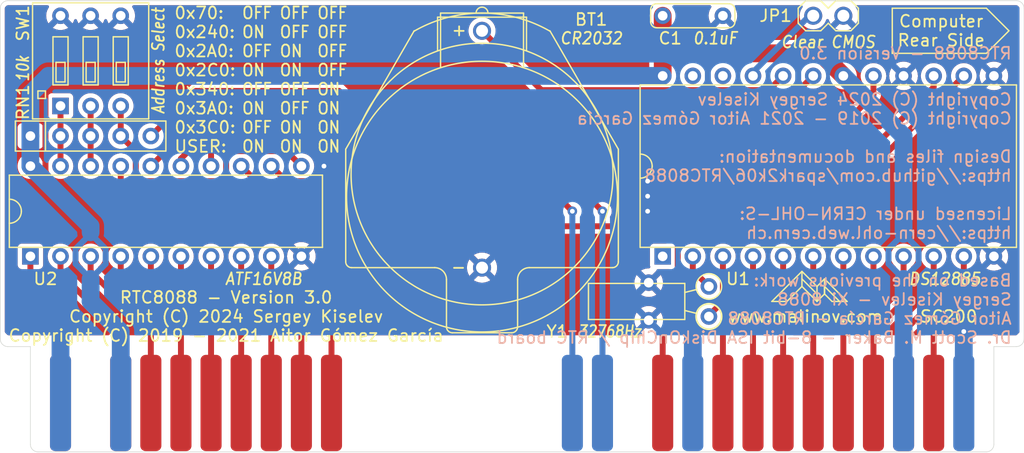
<source format=kicad_pcb>
(kicad_pcb (version 20211014) (generator pcbnew)
  (title_block (title "RTC8088 - Real Time Clock for PC/XT") (date "2024-04-26") (rev "3.0"))
  (layers (0 "F.Cu" signal) (31 "B.Cu" signal) (34 "B.Paste" user) (35 "F.Paste" user) (36 "B.SilkS" user "B.Silkscreen") (37 "F.SilkS" user "F.Silkscreen") (38 "B.Mask" user) (39 "F.Mask" user) (44 "Edge.Cuts" user))
  (net 0 "")
  (net 1 "GND")
  (net 2 "/AS1")
  (net 3 "/AS0")
  (net 4 "VCC")
  (net 5 "/~{IRQ}")
  (net 7 "Net-(U1-Pad2)")
  (net 8 "Net-(U1-Pad3)")
  (net 9 "/D0")
  (net 10 "/D1")
  (net 11 "/D2")
  (net 12 "/D3")
  (net 13 "/D4")
  (net 14 "/D5")
  (net 15 "/D6")
  (net 16 "/D7")
  (net 17 "/RTCALE")
  (net 18 "/RTCWR")
  (net 19 "/RTCRD")
  (net 20 "Net-(BT1-Pad1)")
  (net 21 "Net-(JP1-Pad1)")
  (net 24 "/A0")
  (net 25 "/A3")
  (net 26 "/A4")
  (net 27 "/A5")
  (net 28 "/A6")
  (net 29 "/A7")
  (net 30 "/A8")
  (net 31 "/A9")
  (net 32 "/IOW")
  (net 33 "/IOR")
  (net 34 "/AEN")
  (net 35 "/A2")
  (net 36 "/AS2")
  (footprint "My_Components:IC_DIP24_600" (layer "F.Cu") (at 179.07 71.12)
    (fp_text reference "U1" (at -7.62 9.525) (layer "F.SilkS"))
    (fp_text value "DS12885" (at 9.8425 9.525) (layer "F.SilkS") (effects (font (size 1 0.9) (thickness 0.15) italic)))
    (fp_line (start 15.875 6.858) (end -15.875 6.858) (layer "F.SilkS") (width 0.12))
    (fp_line (start -15.875 -6.858) (end 15.875 -6.858) (layer "F.SilkS") (width 0.12))
    (fp_line (start 15.875 -6.858) (end 15.875 6.858) (layer "F.SilkS") (width 0.12))
    (fp_line (start -15.875 6.858) (end -15.875 -6.858) (layer "F.SilkS") (width 0.12))
    (fp_arc (start -14.859 0) (mid -15.15658 0.71842) (end -15.875 1.016) (layer "F.SilkS") (width 0.12))
    (fp_arc (start -15.875 -1.016) (mid -15.15658 -0.71842) (end -14.859 0) (layer "F.SilkS") (width 0.12))
    (pad "1" thru_hole rect (at -13.97 7.62) (size 1.397 1.397) (drill 0.8128) (layers *.Cu *.Mask))
    (pad "2" thru_hole circle (at -11.43 7.62) (size 1.397 1.397) (drill 0.8128) (layers *.Cu *.Mask) (net 7 "Net-(U1-Pad2)"))
    (pad "3" thru_hole circle (at -8.89 7.62) (size 1.397 1.397) (drill 0.8128) (layers *.Cu *.Mask) (net 8 "Net-(U1-Pad3)"))
    (pad "4" thru_hole circle (at -6.35 7.62) (size 1.397 1.397) (drill 0.8128) (layers *.Cu *.Mask) (net 9 "/D0"))
    (pad "5" thru_hole circle (at -3.81 7.62) (size 1.397 1.397) (drill 0.8128) (layers *.Cu *.Mask) (net 10 "/D1"))
    (pad "6" thru_hole circle (at -1.27 7.62) (size 1.397 1.397) (drill 0.8128) (layers *.Cu *.Mask) (net 11 "/D2"))
    (pad "7" thru_hole circle (at 1.27 7.62) (size 1.397 1.397) (drill 0.8128) (layers *.Cu *.Mask) (net 12 "/D3"))
    (pad "8" thru_hole circle (at 3.81 7.62) (size 1.397 1.397) (drill 0.8128) (layers *.Cu *.Mask) (net 13 "/D4"))
    (pad "9" thru_hole circle (at 6.35 7.62) (size 1.397 1.397) (drill 0.8128) (layers *.Cu *.Mask) (net 14 "/D5"))
    (pad "10" thru_hole circle (at 8.89 7.62) (size 1.397 1.397) (drill 0.8128) (layers *.Cu *.Mask) (net 15 "/D6"))
    (pad "11" thru_hole circle (at 11.43 7.62) (size 1.397 1.397) (drill 0.8128) (layers *.Cu *.Mask) (net 16 "/D7"))
    (pad "12" thru_hole circle (at 13.97 7.62) (size 1.397 1.397) (drill 0.8128) (layers *.Cu *.Mask) (net 1 "GND"))
    (pad "13" thru_hole circle (at 13.97 -7.62) (size 1.397 1.397) (drill 0.8128) (layers *.Cu *.Mask) (net 1 "GND"))
    (pad "14" thru_hole circle (at 11.43 -7.62) (size 1.397 1.397) (drill 0.8128) (layers *.Cu *.Mask) (net 17 "/RTCALE"))
    (pad "15" thru_hole circle (at 8.89 -7.62) (size 1.397 1.397) (drill 0.8128) (layers *.Cu *.Mask) (net 18 "/RTCWR"))
    (pad "16" thru_hole circle (at 6.35 -7.62) (size 1.397 1.397) (drill 0.8128) (layers *.Cu *.Mask) (net 1 "GND"))
    (pad "17" thru_hole circle (at 3.81 -7.62) (size 1.397 1.397) (drill 0.8128) (layers *.Cu *.Mask) (net 19 "/RTCRD"))
    (pad "18" thru_hole circle (at 1.27 -7.62) (size 1.397 1.397) (drill 0.8128) (layers *.Cu *.Mask) (net 4 "VCC"))
    (pad "19" thru_hole circle (at -1.27 -7.62) (size 1.397 1.397) (drill 0.8128) (layers *.Cu *.Mask) (net 5 "/~{IRQ}"))
    (pad "20" thru_hole circle (at -3.81 -7.62) (size 1.397 1.397) (drill 0.8128) (layers *.Cu *.Mask) (net 20 "Net-(BT1-Pad1)"))
    (pad "21" thru_hole circle (at -6.35 -7.62) (size 1.397 1.397) (drill 0.8128) (layers *.Cu *.Mask) (net 21 "Net-(JP1-Pad1)"))
    (pad "22" thru_hole circle (at -8.89 -7.62) (size 1.397 1.397) (drill 0.8128) (layers *.Cu *.Mask))
    (pad "23" thru_hole circle (at -11.43 -7.62) (size 1.397 1.397) (drill 0.8128) (layers *.Cu *.Mask))
    (pad "24" thru_hole circle (at -13.97 -7.62) (size 1.397 1.397) (drill 0.8128) (layers *.Cu *.Mask) (net 4 "VCC"))
  )
  (footprint "My_Components:Conn_SIL5" (layer "F.Cu") (at 116.84 68.58)
    (fp_text reference "RN1" (at -5.715 -2.8575 90) (layer "F.SilkS"))
    (fp_text value "10k" (at -5.715 -5.715 90) (layer "F.SilkS") (effects (font (size 1 0.8) (thickness 0.15) italic)))
    (fp_line (start 6.35 -1.27) (end 6.35 1.27) (layer "F.SilkS") (width 0.12))
    (fp_line (start -6.35 1.27) (end -6.35 -1.27) (layer "F.SilkS") (width 0.12))
    (fp_line (start -3.81 1.27) (end -3.81 -1.27) (layer "F.SilkS") (width 0.12))
    (fp_line (start 6.35 1.27) (end -6.35 1.27) (layer "F.SilkS") (width 0.12))
    (fp_line (start -6.35 -1.27) (end 6.35 -1.27) (layer "F.SilkS") (width 0.12))
    (pad "1" thru_hole rect (at -5.08 0) (size 1.397 1.397) (drill 0.8128) (layers *.Cu *.Mask) (net 4 "VCC"))
    (pad "2" thru_hole circle (at -2.54 0) (size 1.397 1.397) (drill 0.8128) (layers *.Cu *.Mask) (net 3 "/AS0"))
    (pad "3" thru_hole circle (at 0 0) (size 1.397 1.397) (drill 0.8128) (layers *.Cu *.Mask) (net 2 "/AS1"))
    (pad "4" thru_hole circle (at 2.54 0) (size 1.397 1.397) (drill 0.8128) (layers *.Cu *.Mask) (net 36 "/AS2"))
    (pad "5" thru_hole circle (at 5.08 0) (size 1.397 1.397) (drill 0.8128) (layers *.Cu *.Mask) (net 5 "/~{IRQ}"))
  )
  (footprint "My_Components:Conn_Pin_Header_2x1_2.54mm_NoKey" (layer "F.Cu") (at 179.07 58.42)
    (fp_text reference "JP1" (at -4.445 0 180) (layer "F.SilkS"))
    (fp_text value "Clear CMOS" (at 0 2.2225) (layer "F.SilkS") (effects (font (size 1 0.9) (thickness 0.15) italic)))
    (fp_line (start 0 -0.635) (end 0.635 -1.27) (layer "F.SilkS") (width 0.12))
    (fp_line (start 1.905 1.27) (end 0.635 1.27) (layer "F.SilkS") (width 0.12))
    (fp_line (start 0.635 1.27) (end 0 0.635) (layer "F.SilkS") (width 0.12))
    (fp_line (start 2.54 0.635) (end 1.905 1.27) (layer "F.SilkS") (width 0.12))
    (fp_line (start 1.905 -1.27) (end 2.54 -0.635) (layer "F.SilkS") (width 0.12))
    (fp_line (start 2.54 -0.635) (end 2.54 0.635) (layer "F.SilkS") (width 0.12))
    (fp_line (start 0.635 -1.27) (end 1.905 -1.27) (layer "F.SilkS") (width 0.12))
    (fp_line (start -0.635 1.27) (end 0 0.635) (layer "F.SilkS") (width 0.12))
    (fp_line (start -1.905 1.27) (end -0.635 1.27) (layer "F.SilkS") (width 0.12))
    (fp_line (start -2.54 -0.635) (end -2.54 0.635) (layer "F.SilkS") (width 0.12))
    (fp_line (start 0 -0.635) (end -0.635 -1.27) (layer "F.SilkS") (width 0.12))
    (fp_line (start -1.905 -1.27) (end -2.54 -0.635) (layer "F.SilkS") (width 0.12))
    (fp_line (start -0.635 -1.27) (end -1.905 -1.27) (layer "F.SilkS") (width 0.12))
    (fp_line (start -2.54 0.635) (end -1.905 1.27) (layer "F.SilkS") (width 0.12))
    (pad "1" thru_hole circle (at -1.27 0) (size 1.524 1.524) (drill 1.016) (layers *.Cu *.Mask) (net 21 "Net-(JP1-Pad1)"))
    (pad "2" thru_hole circle (at 1.27 0) (size 1.524 1.524) (drill 1.016) (layers *.Cu *.Mask) (net 1 "GND"))
  )
  (footprint "My_Components:IC_DIP20_300" (layer "F.Cu") (at 123.19 74.93)
    (fp_text reference "U2" (at -10.16 5.715) (layer "F.SilkS"))
    (fp_text value "ATF16V8B" (at 8.255 5.715) (layer "F.SilkS") (effects (font (size 1 0.9) (thickness 0.15) italic)))
    (fp_line (start -13.208 3.048) (end -13.208 -3.048) (layer "F.SilkS") (width 0.12))
    (fp_line (start -13.208 -3.048) (end 13.208 -3.048) (layer "F.SilkS") (width 0.12))
    (fp_line (start 13.208 -3.048) (end 13.208 3.048) (layer "F.SilkS") (width 0.12))
    (fp_line (start 13.208 3.048) (end -13.208 3.048) (layer "F.SilkS") (width 0.12))
    (fp_arc (start -12.192 0) (mid -12.48958 0.71842) (end -13.208 1.016) (layer "F.SilkS") (width 0.12))
    (fp_arc (start -13.208 -1.016) (mid -12.48958 -0.71842) (end -12.192 0) (layer "F.SilkS") (width 0.12))
    (pad "1" thru_hole rect (at -11.43 3.81) (size 1.397 1.397) (drill 0.8128) (layers *.Cu *.Mask) (net 24 "/A0"))
    (pad "2" thru_hole circle (at -8.89 3.81) (size 1.397 1.397) (drill 0.8128) (layers *.Cu *.Mask) (net 35 "/A2"))
    (pad "3" thru_hole circle (at -6.35 3.81) (size 1.397 1.397) (drill 0.8128) (layers *.Cu *.Mask) (net 25 "/A3"))
    (pad "4" thru_hole circle (at -3.81 3.81) (size 1.397 1.397) (drill 0.8128) (layers *.Cu *.Mask) (net 26 "/A4"))
    (pad "5" thru_hole circle (at -1.27 3.81) (size 1.397 1.397) (drill 0.8128) (layers *.Cu *.Mask) (net 27 "/A5"))
    (pad "6" thru_hole circle (at 1.27 3.81) (size 1.397 1.397) (drill 0.8128) (layers *.Cu *.Mask) (net 28 "/A6"))
    (pad "7" thru_hole circle (at 3.81 3.81) (size 1.397 1.397) (drill 0.8128) (layers *.Cu *.Mask) (net 29 "/A7"))
    (pad "8" thru_hole circle (at 6.35 3.81) (size 1.397 1.397) (drill 0.8128) (layers *.Cu *.Mask) (net 30 "/A8"))
    (pad "9" thru_hole circle (at 8.89 3.81) (size 1.397 1.397) (drill 0.8128) (layers *.Cu *.Mask) (net 31 "/A9"))
    (pad "10" thru_hole circle (at 11.43 3.81) (size 1.397 1.397) (drill 0.8128) (layers *.Cu *.Mask) (net 1 "GND"))
    (pad "11" thru_hole circle (at 11.43 -3.81) (size 1.397 1.397) (drill 0.8128) (layers *.Cu *.Mask) (net 36 "/AS2"))
    (pad "12" thru_hole circle (at 8.89 -3.81) (size 1.397 1.397) (drill 0.8128) (layers *.Cu *.Mask) (net 32 "/IOW"))
    (pad "13" thru_hole circle (at 6.35 -3.81) (size 1.397 1.397) (drill 0.8128) (layers *.Cu *.Mask) (net 33 "/IOR"))
    (pad "14" thru_hole circle (at 3.81 -3.81) (size 1.397 1.397) (drill 0.8128) (layers *.Cu *.Mask) (net 17 "/RTCALE"))
    (pad "15" thru_hole circle (at 1.27 -3.81) (size 1.397 1.397) (drill 0.8128) (layers *.Cu *.Mask) (net 18 "/RTCWR"))
    (pad "16" thru_hole circle (at -1.27 -3.81) (size 1.397 1.397) (drill 0.8128) (layers *.Cu *.Mask) (net 19 "/RTCRD"))
    (pad "17" thru_hole circle (at -3.81 -3.81) (size 1.397 1.397) (drill 0.8128) (layers *.Cu *.Mask) (net 34 "/AEN"))
    (pad "18" thru_hole circle (at -6.35 -3.81) (size 1.397 1.397) (drill 0.8128) (layers *.Cu *.Mask) (net 2 "/AS1"))
    (pad "19" thru_hole circle (at -8.89 -3.81) (size 1.397 1.397) (drill 0.8128) (layers *.Cu *.Mask) (net 3 "/AS0"))
    (pad "20" thru_hole circle (at -11.43 -3.81) (size 1.397 1.397) (drill 0.8128) (layers *.Cu *.Mask) (net 4 "VCC"))
  )
  (footprint "My_Components:Switch_DIP_3_Positions" (layer "F.Cu") (at 116.84 62.23)
    (fp_text reference "SW1" (at -5.715 -3.175 90) (layer "F.SilkS"))
    (fp_text value "Address Select" (at 5.715 0 90) (layer "F.SilkS") (effects (font (size 1 0.8) (thickness 0.15) italic)))
    (fp_line (start 0.381 1.778) (end 0.381 0.127) (layer "F.SilkS") (width 0.12))
    (fp_line (start 2.921 1.778) (end 2.921 0.127) (layer "F.SilkS") (width 0.12))
    (fp_line (start 3.175 -2.032) (end 3.175 2.032) (layer "F.SilkS") (width 0.12))
    (fp_line (start -4.445 2.54) (end -3.81 2.54) (layer "F.SilkS") (width 0.12))
    (fp_line (start -0.635 2.032) (end -0.635 -2.032) (layer "F.SilkS") (width 0.12))
    (fp_line (start 4.9 4.9) (end -4.9 4.9) (layer "F.SilkS") (width 0.12))
    (fp_line (start 2.921 0.127) (end 2.159 0.127) (layer "F.SilkS") (width 0.12))
    (fp_line (start -0.381 1.778) (end 0.381 1.778) (layer "F.SilkS") (width 0.12))
    (fp_line (start 1.905 -2.032) (end 3.175 -2.032) (layer "F.SilkS") (width 0.12))
    (fp_line (start -3.81 3.175) (end -4.445 3.175) (layer "F.SilkS") (width 0.12))
    (fp_line (start -2.159 1.778) (end -2.159 0.127) (layer "F.SilkS") (width 0.12))
    (fp_line (start 0.635 2.032) (end -0.635 2.032) (layer "F.SilkS") (width 0.12))
    (fp_line (start -1.905 2.032) (end -3.175 2.032) (layer "F.SilkS") (width 0.12))
    (fp_line (start -1.905 -2.032) (end -1.905 2.032) (layer "F.SilkS") (width 0.12))
    (fp_line (start -2.921 0.127) (end -2.921 1.778) (layer "F.SilkS") (width 0.12))
    (fp_line (start -0.635 -2.032) (end 0.635 -2.032) (layer "F.SilkS") (width 0.12))
    (fp_line (start 3.175 2.032) (end 1.905 2.032) (layer "F.SilkS") (width 0.12))
    (fp_line (start -4.9 -4.9) (end 4.9 -4.9) (layer "F.SilkS") (width 0.12))
    (fp_line (start 0.635 -2.032) (end 0.635 2.032) (layer "F.SilkS") (width 0.12))
    (fp_line (start 0.381 0.127) (end -0.381 0.127) (layer "F.SilkS") (width 0.12))
    (fp_line (start 4.9 -4.9) (end 4.9 4.9) (layer "F.SilkS") (width 0.12))
    (fp_line (start -0.381 0.127) (end -0.381 1.778) (layer "F.SilkS") (width 0.12))
    (fp_line (start -4.9 4.9) (end -4.9 -4.9) (layer "F.SilkS") (width 0.12))
    (fp_line (start 2.159 1.778) (end 2.921 1.778) (layer "F.SilkS") (width 0.12))
    (fp_line (start 2.159 0.127) (end 2.159 1.778) (layer "F.SilkS") (width 0.12))
    (fp_line (start -3.175 2.032) (end -3.175 -2.032) (layer "F.SilkS") (width 0.12))
    (fp_line (start -4.445 3.175) (end -4.445 2.54) (layer "F.SilkS") (width 0.12))
    (fp_line (start -3.175 -2.032) (end -1.905 -2.032) (layer "F.SilkS") (width 0.12))
    (fp_line (start -2.921 1.778) (end -2.159 1.778) (layer "F.SilkS") (width 0.12))
    (fp_line (start -3.81 2.54) (end -3.81 3.175) (layer "F.SilkS") (width 0.12))
    (fp_line (start -2.159 0.127) (end -2.921 0.127) (layer "F.SilkS") (width 0.12))
    (fp_line (start 1.905 2.032) (end 1.905 -2.032) (layer "F.SilkS") (width 0.12))
    (pad "1" thru_hole rect (at -2.54 3.81) (size 1.397 1.397) (drill 0.8128) (layers *.Cu *.Mask) (net 3 "/AS0"))
    (pad "2" thru_hole circle (at 0 3.81) (size 1.397 1.397) (drill 0.8128) (layers *.Cu *.Mask) (net 2 "/AS1"))
    (pad "3" thru_hole circle (at 2.54 3.81) (size 1.397 1.397) (drill 0.8128) (layers *.Cu *.Mask) (net 36 "/AS2"))
    (pad "4" thru_hole circle (at 2.54 -3.81) (size 1.397 1.397) (drill 0.8128) (layers *.Cu *.Mask) (net 1 "GND"))
    (pad "5" thru_hole circle (at 0 -3.81) (size 1.397 1.397) (drill 0.8128) (layers *.Cu *.Mask) (net 1 "GND"))
    (pad "6" thru_hole circle (at -2.54 -3.81) (size 1.397 1.397) (drill 0.8128) (layers *.Cu *.Mask) (net 1 "GND"))
  )
  (footprint "My_Components:Conn_Edge_PCB_ISA8" (layer "F.Cu") (at 152.4 91.1225)
    (fp_text reference "BUS1" hide)
    (fp_text value "BUSPC_DEV" hide)
    (pad "1" connect roundrect (at 38.1 0) (size 1.778 8.128) (layers "B.Cu") (net 1 "GND"))
    (pad "3" connect roundrect (at 33.02 0) (size 1.778 8.128) (layers "B.Cu") (net 4 "VCC"))
    (pad "10" connect roundrect (at 15.24 0) (size 1.778 8.128) (layers "B.Cu") (net 1 "GND"))
    (pad "13" connect roundrect (at 7.62 0) (size 1.778 8.128) (layers "B.Cu") (net 32 "/IOW"))
    (pad "14" connect roundrect (at 5.08 0) (size 1.778 8.128) (layers "B.Cu") (net 33 "/IOR"))
    (pad "29" connect roundrect (at -33.02 0) (size 1.778 8.128) (layers "B.Cu") (net 4 "VCC"))
    (pad "31" connect roundrect (at -38.1 0) (size 1.778 8.128) (layers "B.Cu") (net 1 "GND"))
    (pad "33" connect roundrect (at 35.56 0) (size 1.778 8.128) (layers "F.Cu") (net 16 "/D7"))
    (pad "34" connect roundrect (at 33.02 0) (size 1.778 8.128) (layers "F.Cu") (net 15 "/D6"))
    (pad "35" connect roundrect (at 30.48 0) (size 1.778 8.128) (layers "F.Cu") (net 14 "/D5"))
    (pad "36" connect roundrect (at 27.94 0) (size 1.778 8.128) (layers "F.Cu") (net 13 "/D4"))
    (pad "37" connect roundrect (at 25.4 0) (size 1.778 8.128) (layers "F.Cu") (net 12 "/D3"))
    (pad "38" connect roundrect (at 22.86 0) (size 1.778 8.128) (layers "F.Cu") (net 11 "/D2"))
    (pad "39" connect roundrect (at 20.32 0) (size 1.778 8.128) (layers "F.Cu") (net 10 "/D1"))
    (pad "40" connect roundrect (at 17.78 0) (size 1.778 8.128) (layers "F.Cu") (net 9 "/D0"))
    (pad "42" connect roundrect (at 12.7 0) (size 1.778 8.128) (layers "F.Cu") (net 34 "/AEN"))
    (pad "53" connect roundrect (at -15.24 0) (size 1.778 8.128) (layers "F.Cu") (net 31 "/A9"))
    (pad "54" connect roundrect (at -17.78 0) (size 1.778 8.128) (layers "F.Cu") (net 30 "/A8"))
    (pad "55" connect roundrect (at -20.32 0) (size 1.778 8.128) (layers "F.Cu") (net 29 "/A7"))
    (pad "56" connect roundrect (at -22.86 0) (size 1.778 8.128) (layers "F.Cu") (net 28 "/A6"))
    (pad "57" connect roundrect (at -25.4 0) (size 1.778 8.128) (layers "F.Cu") (net 27 "/A5"))
    (pad "58" connect roundrect (at -27.94 0) (size 1.778 8.128) (layers "F.Cu") (net 26 "/A4"))
    (pad "59" connect roundrect (at -30.48 0) (size 1.778 8.128) (layers "F.Cu") (net 25 "/A3"))
    (pad "60" connect roundrect (at -33.02 0) (size 1.778 8.128) (layers "F.Cu") (net 35 "/A2"))
    (pad "62" connect roundrect (at -38.1 0) (size 1.778 8.128) (layers "F.Cu") (net 24 "/A0"))
  )
  (footprint "My_Components:Crystal_32K_Horiz" (layer "F.Cu") (at 168.998685 82.55 -90)
    (fp_text reference "Y1" (at 2.54 12.788685) (layer "F.SilkS"))
    (fp_text value "32768Hz" (at 2.54 8.343685) (layer "F.SilkS") (effects (font (size 1 0.8) (thickness 0.15) italic)))
    (fp_line (start 1.524 10.16) (end 1.524 2.032) (layer "F.SilkS") (width 0.12))
    (fp_line (start 0.762 2.032) (end 1.016 1.016) (layer "F.SilkS") (width 0.12))
    (fp_line (start -1.524 2.032) (end -1.524 10.16) (layer "F.SilkS") (width 0.12))
    (fp_line (start 1.524 2.032) (end -1.524 2.032) (layer "F.SilkS") (width 0.12))
    (fp_line (start -1.524 10.16) (end 1.524 10.16) (layer "F.SilkS") (width 0.12))
    (fp_line (start -0.762 2.032) (end -1.016 1.016) (layer "F.SilkS") (width 0.12))
    (fp_circle (center 1.27 0) (end 2.347631 0) (layer "F.SilkS") (width 0.15) (fill none))
    (fp_circle (center -1.27 0) (end -0.192369 0) (layer "F.SilkS") (width 0.12) (fill none))
    (pad "1" thru_hole circle (at -1.27 0 270) (size 1.397 1.397) (drill 0.8128) (layers *.Cu *.Mask) (net 7 "Net-(U1-Pad2)"))
    (pad "2" thru_hole circle (at 1.27 0 270) (size 1.397 1.397) (drill 0.8128) (layers *.Cu *.Mask) (net 8 "Net-(U1-Pad3)"))
    (pad "3" thru_hole circle (at 1.5875 5.08 270) (size 1.397 1.397) (drill 0.8128) (layers *.Cu *.Mask) (net 1 "GND"))
    (pad "3" thru_hole circle (at -1.5875 5.08 270) (size 1.397 1.397) (drill 0.8128) (layers *.Cu *.Mask) (net 1 "GND"))
  )
  (footprint "My_Components:Cap_Cer_508" (layer "F.Cu") (at 167.64 58.42)
    (fp_text reference "C1" (at -1.905 1.905) (layer "F.SilkS"))
    (fp_text value "0.1uF" (at 1.905 1.905) (layer "F.SilkS") (effects (font (size 1 0.9) (thickness 0.15) italic)))
    (fp_line (start -3.048 1.016) (end 3.048 1.016) (layer "F.SilkS") (width 0.12))
    (fp_line (start -3.048 -1.016) (end 3.048 -1.016) (layer "F.SilkS") (width 0.12))
    (fp_line (start 3.556 0.508) (end 3.556 -0.508) (layer "F.SilkS") (width 0.12))
    (fp_line (start -3.556 0.508) (end -3.556 -0.508) (layer "F.SilkS") (width 0.12))
    (fp_arc (start 3.048 -1.016) (mid 3.40721 -0.86721) (end 3.556 -0.508) (layer "F.SilkS") (width 0.12))
    (fp_arc (start -3.048 1.016) (mid -3.40721 0.86721) (end -3.556 0.508) (layer "F.SilkS") (width 0.12))
    (fp_arc (start 3.556 0.508) (mid 3.40721 0.86721) (end 3.048 1.016) (layer "F.SilkS") (width 0.12))
    (fp_arc (start -3.556 -0.508) (mid -3.40721 -0.86721) (end -3.048 -1.016) (layer "F.SilkS") (width 0.12))
    (pad "1" thru_hole circle (at -2.54 0) (size 1.397 1.397) (drill 0.8128) (layers *.Cu *.Mask) (net 4 "VCC"))
    (pad "2" thru_hole circle (at 2.54 0) (size 1.397 1.397) (drill 0.8128) (layers *.Cu *.Mask) (net 1 "GND"))
  )
  (footprint "My_Components:Battery_Holder_CR2032_Universal" (layer "F.Cu") (at 149.86 73.69302 -90)
    (fp_text reference "BT1" (at -14.95552 -9.2075 180) (layer "F.SilkS"))
    (fp_text value "CR2032" (at -13.36802 -9.2075) (layer "F.SilkS") (effects (font (size 1 0.9) (thickness 0.15) italic)))
    (fp_text user "-" (at 5.9436 1.9812) (layer "F.SilkS"))
    (fp_text user "+" (at -13.9954 2.0066 90) (layer "F.SilkS"))
    (fp_line (start -4 11.5) (end 5.5 11.5) (layer "F.SilkS") (width 0.12))
    (fp_line (start 7 -3) (end 11 -3) (layer "F.SilkS") (width 0.12))
    (fp_line (start -14 -5.7265) (end -4 -11.5) (layer "F.SilkS") (width 0.12))
    (fp_line (start -15.49908 -3.50012) (end -15.49908 3.50012) (layer "F.SilkS") (width 0.12))
    (fp_line (start 7 3) (end 11 3) (layer "F.SilkS") (width 0.12))
    (fp_line (start 6 11) (end 6 4) (layer "F.SilkS") (width 0.12))
    (fp_line (start -15.155 -3.75) (end -12.319 -3.75) (layer "F.SilkS") (width 0.12))
    (fp_line (start -15.155 3.75) (end -12.319 3.75) (layer "F.SilkS") (width 0.12))
    (fp_line (start -15.49908 3.50012) (end -10.922 3.50012) (layer "F.SilkS") (width 0.12))
    (fp_line (start -10.922 -3.50012) (end -15.49908 -3.50012) (layer "F.SilkS") (width 0.12))
    (fp_line (start -14 5.7265) (end -4 11.5) (layer "F.SilkS") (width 0.12))
    (fp_line (start -4 -11.5) (end 5.5 -11.5) (layer "F.SilkS") (width 0.12))
    (fp_line (start 11.5 -2.5) (end 11.5 2.5) (layer "F.SilkS") (width 0.12))
    (fp_line (start -15.155 -3.75) (end -15.155 3.75) (layer "F.SilkS") (width 0.12))
    (fp_line (start 6 -4) (end 6 -11) (layer "F.SilkS") (width 0.12))
    (fp_arc (start 11 -3) (mid 11.353553 -2.853553) (end 11.5 -2.5) (layer "F.SilkS") (width 0.12))
    (fp_arc (start 6 11) (mid 5.853553 11.353553) (end 5.5 11.5) (layer "F.SilkS") (width 0.12))
    (fp_arc (start 6 4) (mid 6.292893 3.292893) (end 7 3) (layer "F.SilkS") (width 0.12))
    (fp_arc (start -15.49908 0.50038) (mid -15.852902 0.353822) (end -15.99946 0) (layer "F.SilkS") (width 0.12))
    (fp_arc (start 5.5 -11.5) (mid 5.853553 -11.353553) (end 6 -11) (layer "F.SilkS") (width 0.12))
    (fp_arc (start -15.99946 0) (mid -15.852902 -0.353822) (end -15.49908 -0.50038) (layer "F.SilkS") (width 0.12))
    (fp_arc (start -15.5 0) (mid -15.108147 -2.976419) (end -13.959292 -5.75) (layer "F.SilkS") (width 0.12))
    (fp_arc (start 11.5 2.5) (mid 11.353553 2.853553) (end 11 3) (layer "F.SilkS") (width 0.12))
    (fp_arc (start 7 -3) (mid 6.292893 -3.292893) (end 6 -4) (layer "F.SilkS") (width 0.12))
    (fp_arc (start -13.959292 5.75) (mid -15.108147 2.976419) (end -15.5 0) (layer "F.SilkS") (width 0.12))
    (fp_circle (center 0 0) (end 11.43 0) (layer "F.SilkS") (width 0.12) (fill none))
    (fp_circle (center -1.905 0) (end 9.144 0) (layer "F.SilkS") (width 0.12) (fill none))
    (pad "1" thru_hole circle (at -14.00048 0 270) (size 1.524 1.524) (drill 1.016) (layers *.Cu *.Mask) (net 20 "Net-(BT1-Pad1)"))
    (pad "2" thru_hole circle (at 5.99948 0 270) (size 1.524 1.524) (drill 1.016) (layers *.Cu *.Mask) (net 1 "GND"))
  )
  (gr_line (start 192.405 57.785) (end 194.31 59.69) (layer "F.SilkS") (width 0.12))
  (gr_line (start 178.7525 81.915) (end 179.3875 82.55) (layer "F.SilkS") (width 0.12))
  (gr_line (start 176.8475 81.28) (end 178.1175 82.55) (layer "F.SilkS") (width 0.12))
  (gr_line (start 178.1175 82.55) (end 178.7525 81.915) (layer "F.SilkS") (width 0.12))
  (gr_line (start 180.6575 82.55) (end 178.7525 80.645) (layer "F.SilkS") (width 0.12))
  (gr_line (start 176.8475 80.01) (end 176.8475 81.28) (layer "F.SilkS") (width 0.12))
  (gr_line (start 184.4675 61.595) (end 184.4675 57.785) (layer "F.SilkS") (width 0.12))
  (gr_line (start 178.7525 80.645) (end 178.7525 81.915) (layer "F.SilkS") (width 0.12))
  (gr_line (start 176.8475 80.645) (end 178.1175 81.915) (layer "F.SilkS") (width 0.12))
  (gr_line (start 176.8475 80.01) (end 174.3075 82.55) (layer "F.SilkS") (width 0.12))
  (gr_line (start 178.7525 80.645) (end 178.1175 81.28) (layer "F.SilkS") (width 0.12))
  (gr_line (start 178.7525 81.915) (end 178.7525 81.28) (layer "F.SilkS") (width 0.12))
  (gr_line (start 178.1175 81.28) (end 176.8475 80.01) (layer "F.SilkS") (width 0.12))
  (gr_line (start 184.4675 57.785) (end 192.405 57.785) (layer "F.SilkS") (width 0.12))
  (gr_line (start 174.3075 82.55) (end 175.5775 82.55) (layer "F.SilkS") (width 0.12))
  (gr_line (start 192.405 61.595) (end 184.4675 61.595) (layer "F.SilkS") (width 0.12))
  (gr_line (start 178.1175 81.28) (end 178.1175 82.55) (layer "F.SilkS") (width 0.12))
  (gr_line (start 178.7525 81.28) (end 180.0225 82.55) (layer "F.SilkS") (width 0.12))
  (gr_line (start 194.31 59.69) (end 192.405 61.595) (layer "F.SilkS") (width 0.12))
  (gr_line (start 179.3875 82.55) (end 180.6575 82.55) (layer "F.SilkS") (width 0.12))
  (gr_line (start 175.5775 82.55) (end 176.8475 81.28) (layer "F.SilkS") (width 0.12))
  (gr_line (start 193.04 86.36) (end 193.04 94.615) (layer "Edge.Cuts") (width 0.05))
  (gr_arc (start 193.04 94.615) (mid 192.854013 95.064013) (end 192.405 95.25) (layer "Edge.Cuts") (width 0.05))
  (gr_arc (start 195.58 85.725) (mid 195.394013 86.174013) (end 194.945 86.36) (layer "Edge.Cuts") (width 0.05))
  (gr_line (start 194.945 86.36) (end 193.04 86.36) (layer "Edge.Cuts") (width 0.05))
  (gr_line (start 109.855 57.15) (end 194.945 57.15) (layer "Edge.Cuts") (width 0.05))
  (gr_line (start 111.76 86.36) (end 111.76 94.615) (layer "Edge.Cuts") (width 0.05))
  (gr_arc (start 194.945 57.15) (mid 195.394013 57.335987) (end 195.58 57.785) (layer "Edge.Cuts") (width 0.05))
  (gr_line (start 195.58 57.785) (end 195.58 85.725) (layer "Edge.Cuts") (width 0.05))
  (gr_arc (start 109.22 57.785) (mid 109.405987 57.335987) (end 109.855 57.15) (layer "Edge.Cuts") (width 0.05))
  (gr_arc (start 112.395 95.25) (mid 111.945987 95.064013) (end 111.76 94.615) (layer "Edge.Cuts") (width 0.05))
  (gr_line (start 109.22 85.725) (end 109.22 57.785) (layer "Edge.Cuts") (width 0.05))
  (gr_line (start 111.76 86.36) (end 109.855 86.36) (layer "Edge.Cuts") (width 0.05))
  (gr_arc (start 109.855 86.36) (mid 109.405987 86.174013) (end 109.22 85.725) (layer "Edge.Cuts") (width 0.05))
  (gr_line (start 192.405 95.25) (end 112.395 95.25) (layer "Edge.Cuts") (width 0.05))
  (gr_text "Based on the previous work:\nSergey Kiselev - Xi 8088\nAitor Gómez García - RTC8088\nDr. Scott M. Baker - 8-bit ISA DiskOnChip / RTC board" (at 194.6275 83.185) (layer "B.SilkS") (effects (font (size 1 1)) (justify left mirror)))
  (gr_text "Copyright (C) 2024 Sergey Kiselev\nCopyright (C) 2019 - 2021 Aitor Gómez García\n\nDesign files and documentation:\nhttps://github.com/spark2k06/RTC8088\n\nLicensed under CERN-OHL-S:\nhttps://cern-ohl.web.cern.ch" (at 194.6275 71.12) (layer "B.SilkS") (effects (font (size 1 1)) (justify left mirror)))
  (gr_text "RTC8088 - Version 3.0" (at 194.6275 61.595) (layer "B.SilkS") (effects (font (size 1 1)) (justify left mirror)))
  (gr_text "www.malinov.com" (at 177.165 83.82) (layer "F.SilkS") (effects (font (size 1 1))))
  (gr_text "Computer\nRear Side" (at 188.595 59.69) (layer "F.SilkS") (effects (font (size 1 1))))
  (gr_text "0x70:\n0x240:\n0x2A0:\n0x2C0:\n0x340:\n0x3A0:\n0x3C0:\nUSER:" (at 123.825 63.8175) (layer "F.SilkS") (effects (font (size 1 1)) (justify left)))
  (gr_text "OFF\nON\nOFF\nON\nOFF\nON\nOFF\nON\n" (at 129.54 63.8175) (layer "F.SilkS") (effects (font (size 1 0.9)) (justify left)))
  (gr_text "SC200" (at 189.23 83.82) (layer "F.SilkS") (effects (font (size 1 1))))
  (gr_text "OFF\nOFF\nOFF\nOFF\nON\nON\nON\nON" (at 135.89 63.8175) (layer "F.SilkS") (effects (font (size 1 0.9)) (justify left)))
  (gr_text "RTC8088 - Version 3.0\nCopyright (C) 2024 Sergey Kiselev\nCopyright (C) 2019 - 2021 Aitor Gómez García\n" (at 128.27 83.82) (layer "F.SilkS") (effects (font (size 1 1))))
  (gr_text "OFF\nOFF\nON\nON\nOFF\nOFF\nON\nON\n" (at 132.715 63.8175) (layer "F.SilkS") (effects (font (size 1 0.9)) (justify left)))
  (segment (start 187.96 73.66) (end 193.04 78.74) (width 0.5) (layer "F.Cu") (net 1))
  (segment (start 147.6375 77.47) (end 149.86 79.6925) (width 0.5) (layer "F.Cu") (net 1))
  (segment (start 118.1735 77.216) (end 113.03 72.0725) (width 0.5) (layer "F.Cu") (net 1))
  (segment (start 135.89 77.47) (end 147.6375 77.47) (width 0.5) (layer "F.Cu") (net 1))
  (segment (start 134.62 78.74) (end 135.89 77.47) (width 0.5) (layer "F.Cu") (net 1))
  (segment (start 134.62 78.74) (end 133.096 77.216) (width 0.5) (layer "F.Cu") (net 1))
  (segment (start 133.096 77.216) (end 118.1735 77.216) (width 0.5) (layer "F.Cu") (net 1))
  (segment (start 163.83 73.66) (end 187.96 73.66) (width 0.5) (layer "F.Cu") (net 1))
  (segment (start 113.03 59.69) (end 114.3 58.42) (width 0.5) (layer "F.Cu") (net 1))
  (segment (start 113.03 72.0725) (end 113.03 59.69) (width 0.5) (layer "F.Cu") (net 1))
  (via (at 190.5 85.09) (size 0.8) (drill 0.4) (layers "F.Cu" "B.Cu") (net 1))
  (via (at 136.525 71.12) (size 0.8) (drill 0.4) (layers "F.Cu" "B.Cu") (net 1))
  (via (at 163.83 74.93) (size 0.8) (drill 0.4) (layers "F.Cu" "B.Cu") (net 1))
  (via (at 163.83 73.66) (size 0.8) (drill 0.4) (layers "F.Cu" "B.Cu") (net 1))
  (via (at 163.83 72.39) (size 0.8) (drill 0.4) (layers "F.Cu" "B.Cu") (net 1))
  (segment (start 163.83 72.39) (end 163.83 73.66) (width 0.5) (layer "B.Cu") (net 1))
  (segment (start 176.53 64.135) (end 174.625 66.04) (width 0.5) (layer "B.Cu") (net 1))
  (segment (start 163.83 71.12) (end 163.83 72.39) (width 0.5) (layer "B.Cu") (net 1))
  (segment (start 110.1725 62.5475) (end 114.3 58.42) (width 0.5) (layer "B.Cu") (net 1))
  (segment (start 163.83 71.12) (end 151.13 71.12) (width 0.5) (layer "B.Cu") (net 1))
  (segment (start 168.91 59.69) (end 170.18 58.42) (width 0.5) (layer "B.Cu") (net 1))
  (segment (start 118.11 59.69) (end 119.38 58.42) (width 0.5) (layer "B.Cu") (net 1))
  (segment (start 191.135 61.595) (end 193.04 63.5) (width 0.5) (layer "B.Cu") (net 1))
  (segment (start 162.8775 79.921315) (end 162.8775 75.8825) (width 0.5) (layer "B.Cu") (net 1))
  (segment (start 191.77 64.77) (end 193.04 63.5) (width 0.5) (layer "B.Cu") (net 1))
  (segment (start 151.13 78.4225) (end 151.13 71.12) (width 0.5) (layer "B.Cu") (net 1))
  (segment (start 174.625 66.04) (end 168.91 66.04) (width 0.5) (layer "B.Cu") (net 1))
  (segment (start 115.57 59.69) (end 116.84 58.42) (width 0.5) (layer "B.Cu") (net 1))
  (segment (start 151.13 78.4225) (end 149.86 79.6925) (width 0.5) (layer "B.Cu") (net 1))
  (segment (start 167.64 85.725) (end 167.005 85.09) (width 0.5) (layer "B.Cu") (net 1))
  (segment (start 190.5 85.09) (end 191.77 83.82) (width 0.5) (layer "B.Cu") (net 1))
  (segment (start 168.91 66.04) (end 168.91 59.69) (width 0.5) (layer "B.Cu") (net 1))
  (segment (start 176.53 62.23) (end 176.53 64.135) (width 0.5) (layer "B.Cu") (net 1))
  (segment (start 168.91 66.04) (end 163.83 71.12) (width 0.5) (layer "B.Cu") (net 1))
  (segment (start 162.56 82.2325) (end 163.83 80.9625) (width 0.5) (layer "B.Cu") (net 1))
  (segment (start 164.871185 85.09) (end 163.918685 84.1375) (width 0.5) (layer "B.Cu") (net 1))
  (segment (start 163.918685 80.9625) (end 162.8775 79.921315) (width 0.5) (layer "B.Cu") (net 1))
  (segment (start 185.42 63.5) (end 187.325 61.595) (width 0.5) (layer "B.Cu") (net 1))
  (segment (start 193.04 78.74) (end 191.77 77.47) (width 0.5) (layer "B.Cu") (net 1))
  (segment (start 162.8775 75.8825) (end 163.83 74.93) (width 0.5) (layer "B.Cu") (net 1))
  (segment (start 163.918685 84.1375) (end 162.56 82.778815) (width 0.5) (layer "B.Cu") (net 1))
  (segment (start 187.325 61.595) (end 191.135 61.595) (width 0.5) (layer "B.Cu") (net 1))
  (segment (start 116.84 58.42) (end 118.11 59.69) (width 0.5) (layer "B.Cu") (net 1))
  (segment (start 180.34 58.42) (end 185.42 63.5) (width 0.5) (layer "B.Cu") (net 1))
  (segment (start 190.5 91.1225) (end 190.5 85.09) (width 1.5) (layer "B.Cu") (net 1))
  (segment (start 167.64 91.1225) (end 167.64 85.725) (width 1.5) (layer "B.Cu") (net 1))
  (segment (start 180.34 58.42) (end 176.53 62.23) (width 0.5) (layer "B.Cu") (net 1))
  (segment (start 162.56 82.2325) (end 162.648685 82.2325) (width 0.5) (layer "B.Cu") (net 1))
  (segment (start 151.13 71.12) (end 136.525 71.12) (width 0.5) (layer "B.Cu") (net 1))
  (segment (start 114.3 91.1225) (end 114.3 85.09) (width 1.5) (layer "B.Cu") (net 1))
  (segment (start 191.77 83.82) (end 191.77 80.01) (width 0.5) (layer "B.Cu") (net 1))
  (segment (start 114.3 58.42) (end 115.57 59.69) (width 0.5) (layer "B.Cu") (net 1))
  (segment (start 163.83 73.66) (end 163.83 74.93) (width 0.5) (layer "B.Cu") (net 1))
  (segment (start 114.3 85.09) (end 110.1725 80.9625) (width 0.5) (layer "B.Cu") (net 1))
  (segment (start 191.77 80.01) (end 193.04 78.74) (width 0.5) (layer "B.Cu") (net 1))
  (segment (start 162.56 82.778815) (end 162.56 82.2325) (width 0.5) (layer "B.Cu") (net 1))
  (segment (start 110.1725 69.5325) (end 110.1725 62.5475) (width 0.5) (layer "B.Cu") (net 1))
  (segment (start 110.1725 80.9625) (end 110.1725 69.5325) (width 0.5) (layer "B.Cu") (net 1))
  (segment (start 167.005 85.09) (end 164.871185 85.09) (width 0.5) (layer "B.Cu") (net 1))
  (segment (start 191.77 77.47) (end 191.77 64.77) (width 0.5) (layer "B.Cu") (net 1))
  (segment (start 162.648685 82.2325) (end 163.918685 80.9625) (width 0.5) (layer "B.Cu") (net 1))
  (segment (start 116.84 68.58) (end 116.84 66.04) (width 0.5) (layer "F.Cu") (net 2))
  (segment (start 116.84 71.12) (end 116.84 68.58) (width 0.5) (layer "F.Cu") (net 2))
  (segment (start 114.3 71.12) (end 114.3 68.58) (width 0.5) (layer "F.Cu") (net 3))
  (segment (start 114.3 68.58) (end 114.3 66.04) (width 0.5) (layer "F.Cu") (net 3))
  (segment (start 165.1 61.2775) (end 165.1 58.42) (width 1.5) (layer "F.Cu") (net 4))
  (segment (start 165.1 63.5) (end 165.1 61.2775) (width 1.5) (layer "F.Cu") (net 4))
  (segment (start 165.4175 61.595) (end 165.1 61.2775) (width 1.5) (layer "F.Cu") (net 4))
  (segment (start 180.34 63.5) (end 178.435 61.595) (width 1.5) (layer "F.Cu") (net 4))
  (segment (start 167.005 61.595) (end 165.4175 61.595) (width 1.5) (layer "F.Cu") (net 4))
  (segment (start 178.435 61.595) (end 167.005 61.595) (width 1.5) (layer "F.Cu") (net 4))
  (segment (start 119.38 91.1225) (end 119.38 85.09) (width 1.5) (layer "B.Cu") (net 4))
  (segment (start 185.42 68.58) (end 180.34 63.5) (width 1.5) (layer "B.Cu") (net 4))
  (segment (start 111.76 71.12) (end 111.76 68.58) (width 1.5) (layer "B.Cu") (net 4))
  (segment (start 184.15 78.105) (end 184.15 79.375) (width 0.5) (layer "B.Cu") (net 4))
  (segment (start 111.76 65.024) (end 111.76 68.58) (width 1.5) (layer "B.Cu") (net 4))
  (segment (start 116.84 80.645) (end 115.57 79.375) (width 0.5) (layer "B.Cu") (net 4))
  (segment (start 185.42 76.835) (end 184.15 78.105) (width 0.5) (layer "B.Cu") (net 4))
  (segment (start 118.11 79.375) (end 118.11 78.105) (width 0.5) (layer "B.Cu") (net 4))
  (segment (start 185.42 76.835) (end 185.42 68.58) (width 1.5) (layer "B.Cu") (net 4))
  (segment (start 115.57 78.105) (end 116.84 76.835) (width 0.5) (layer "B.Cu") (net 4))
  (segment (start 113.284 63.5) (end 111.76 65.024) (width 1.5) (layer "B.Cu") (net 4))
  (segment (start 111.76 71.12) (end 116.84 76.2) (width 1.5) (layer "B.Cu") (net 4))
  (segment (start 185.42 76.835) (end 186.69 78.105) (width 0.5) (layer "B.Cu") (net 4))
  (segment (start 165.1 63.5) (end 113.284 63.5) (width 1.5) (layer "B.Cu") (net 4))
  (segment (start 186.69 79.375) (end 185.42 80.645) (width 0.5) (layer "B.Cu") (net 4))
  (segment (start 184.15 79.375) (end 185.42 80.645) (width 0.5) (layer "B.Cu") (net 4))
  (segment (start 186.69 78.105) (end 186.69 79.375) (width 0.5) (layer "B.Cu") (net 4))
  (segment (start 116.84 80.645) (end 118.11 79.375) (width 0.5) (layer "B.Cu") (net 4))
  (segment (start 118.11 78.105) (end 116.84 76.835) (width 0.5) (layer "B.Cu") (net 4))
  (segment (start 116.84 76.2) (end 116.84 76.708) (width 1.5) (layer "B.Cu") (net 4))
  (segment (start 116.84 82.55) (end 116.84 80.645) (width 1.5) (layer "B.Cu") (net 4))
  (segment (start 119.38 85.09) (end 116.84 82.55) (width 1.5) (layer "B.Cu") (net 4))
  (segment (start 115.57 79.375) (end 115.57 78.105) (width 0.5) (layer "B.Cu") (net 4))
  (segment (start 185.42 91.1225) (end 185.42 80.645) (width 1.5) (layer "B.Cu") (net 4))
  (segment (start 125.73 64.77) (end 137.795 64.77) (width 0.5) (layer "F.Cu") (net 5))
  (segment (start 137.795 64.77) (end 139.065 66.04) (width 0.5) (layer "F.Cu") (net 5))
  (segment (start 175.26 66.04) (end 139.065 66.04) (width 0.5) (layer "F.Cu") (net 5))
  (segment (start 121.92 68.58) (end 125.73 64.77) (width 0.5) (layer "F.Cu") (net 5))
  (segment (start 177.8 63.5) (end 175.26 66.04) (width 0.5) (layer "F.Cu") (net 5))
  (segment (start 168.998685 81.28) (end 167.64 79.921315) (width 0.5) (layer "F.Cu") (net 7))
  (segment (start 167.64 79.921315) (end 167.64 78.74) (width 0.5) (layer "F.Cu") (net 7))
  (segment (start 170.18 78.74) (end 170.18 82.55) (width 0.5) (layer "F.Cu") (net 8))
  (segment (start 170.18 82.55) (end 168.91 83.82) (width 0.5) (layer "F.Cu") (net 8))
  (segment (start 172.72 82.55) (end 170.18 85.09) (width 0.5) (layer "F.Cu") (net 9))
  (segment (start 172.72 78.74) (end 172.72 82.55) (width 0.5) (layer "F.Cu") (net 9))
  (segment (start 170.18 85.09) (end 170.18 90.805) (width 0.5) (layer "F.Cu") (net 9))
  (segment (start 172.72 85.09) (end 175.26 82.55) (width 0.5) (layer "F.Cu") (net 10))
  (segment (start 175.26 82.55) (end 175.26 78.74) (width 0.5) (layer "F.Cu") (net 10))
  (segment (start 172.72 90.805) (end 172.72 85.09) (width 0.5) (layer "F.Cu") (net 10))
  (segment (start 175.26 85.09) (end 177.8 82.55) (width 0.5) (layer "F.Cu") (net 11))
  (segment (start 177.8 82.55) (end 177.8 78.74) (width 0.5) (layer "F.Cu") (net 11))
  (segment (start 175.26 90.805) (end 175.26 85.09) (width 0.5) (layer "F.Cu") (net 11))
  (segment (start 177.8 85.09) (end 180.34 82.55) (width 0.5) (layer "F.Cu") (net 12))
  (segment (start 177.8 90.805) (end 177.8 85.09) (width 0.5) (layer "F.Cu") (net 12))
  (segment (start 180.34 82.55) (end 180.34 78.74) (width 0.5) (layer "F.Cu") (net 12))
  (segment (start 180.34 90.805) (end 180.34 85.09) (width 0.5) (layer "F.Cu") (net 13))
  (segment (start 180.34 85.09) (end 182.88 82.55) (width 0.5) (layer "F.Cu") (net 13))
  (segment (start 182.88 82.55) (end 182.88 78.74) (width 0.5) (layer "F.Cu") (net 13))
  (segment (start 185.42 82.55) (end 185.42 78.74) (width 0.5) (layer "F.Cu") (net 14))
  (segment (start 182.88 85.09) (end 185.42 82.55) (width 0.5) (layer "F.Cu") (net 14))
  (segment (start 182.88 90.805) (end 182.88 85.09) (width 0.5) (layer "F.Cu") (net 14))
  (segment (start 187.96 82.55) (end 187.96 78.74) (width 0.5) (layer "F.Cu") (net 15))
  (segment (start 185.42 85.09) (end 187.96 82.55) (width 0.5) (layer "F.Cu") (net 15))
  (segment (start 185.42 90.805) (end 185.42 85.09) (width 0.5) (layer "F.Cu") (net 15))
  (segment (start 187.96 85.09) (end 190.5 82.55) (width 0.5) (layer "F.Cu") (net 16))
  (segment (start 190.5 82.55) (end 190.5 78.74) (width 0.5) (layer "F.Cu") (net 16))
  (segment (start 187.96 91.1225) (end 187.96 85.09) (width 0.5) (layer "F.Cu") (net 16))
  (segment (start 135.89 68.58) (end 137.16 69.85) (width 0.5) (layer "F.Cu") (net 17))
  (segment (start 137.16 69.85) (end 184.15 69.85) (width 0.5) (layer "F.Cu") (net 17))
  (segment (start 127 71.12) (end 127 69.85) (width 0.5) (layer "F.Cu") (net 17))
  (segment (start 184.15 69.85) (end 190.5 63.5) (width 0.5) (layer "F.Cu") (net 17))
  (segment (start 128.27 68.58) (end 135.89 68.58) (width 0.5) (layer "F.Cu") (net 17))
  (segment (start 127 69.85) (end 128.27 68.58) (width 0.5) (layer "F.Cu") (net 17))
  (segment (start 124.46 70.485) (end 127.635 67.31) (width 0.5) (layer "F.Cu") (net 18))
  (segment (start 187.96 64.4525) (end 187.96 63.5) (width 0.5) (layer "F.Cu") (net 18))
  (segment (start 124.46 71.12) (end 124.46 70.485) (width 0.5) (layer "F.Cu") (net 18))
  (segment (start 136.39596 67.31) (end 137.73048 68.64452) (width 0.5) (layer "F.Cu") (net 18))
  (segment (start 137.73048 68.64452) (end 183.76798 68.64452) (width 0.5) (layer "F.Cu") (net 18))
  (segment (start 127.635 67.31) (end 136.39596 67.31) (width 0.5) (layer "F.Cu") (net 18))
  (segment (start 183.76798 68.64452) (end 187.96 64.4525) (width 0.5) (layer "F.Cu") (net 18))
  (segment (start 182.88 65.0875) (end 182.88 63.5) (width 0.5) (layer "F.Cu") (net 19))
  (segment (start 121.92 71.12) (end 127 66.04) (width 0.5) (layer "F.Cu") (net 19))
  (segment (start 138.43 67.31) (end 180.6575 67.31) (width 0.5) (layer "F.Cu") (net 19))
  (segment (start 137.16 66.04) (end 138.43 67.31) (width 0.5) (layer "F.Cu") (net 19))
  (segment (start 180.6575 67.31) (end 182.88 65.0875) (width 0.5) (layer "F.Cu") (net 19))
  (segment (start 127 66.04) (end 137.16 66.04) (width 0.5) (layer "F.Cu") (net 19))
  (segment (start 149.86 59.69254) (end 154.86698 64.69952) (width 0.5) (layer "F.Cu") (net 20))
  (segment (start 154.86698 64.69952) (end 174.06048 64.69952) (width 0.5) (layer "F.Cu") (net 20))
  (segment (start 174.06048 64.69952) (end 175.26 63.5) (width 0.5) (layer "F.Cu") (net 20))
  (segment (start 172.72 63.1825) (end 177.4825 58.42) (width 0.5) (layer "B.Cu") (net 21))
  (segment (start 172.72 63.5) (end 172.72 63.1825) (width 0.5) (layer "B.Cu") (net 21))
  (segment (start 177.4825 58.42) (end 177.8 58.42) (width 0.5) (layer "B.Cu") (net 21))
  (segment (start 111.76 81.28) (end 111.76 78.74) (width 0.5) (layer "F.Cu") (net 24))
  (segment (start 114.3 90.805) (end 114.3 83.82) (width 0.5) (layer "F.Cu") (net 24))
  (segment (start 114.3 83.82) (end 111.76 81.28) (width 0.5) (layer "F.Cu") (net 24))
  (segment (start 116.84 80.01) (end 121.92 85.09) (width 0.5) (layer "F.Cu") (net 25))
  (segment (start 116.84 78.74) (end 116.84 80.01) (width 0.5) (layer "F.Cu") (net 25))
  (segment (start 121.92 85.09) (end 121.92 90.805) (width 0.5) (layer "F.Cu") (net 25))
  (segment (start 119.38 80.01) (end 119.38 78.74) (width 0.5) (layer "F.Cu") (net 26))
  (segment (start 124.46 85.09) (end 119.38 80.01) (width 0.5) (layer "F.Cu") (net 26))
  (segment (start 124.46 90.805) (end 124.46 85.09) (width 0.5) (layer "F.Cu") (net 26))
  (segment (start 127 90.805) (end 127 85.09) (width 0.5) (layer "F.Cu") (net 27))
  (segment (start 121.92 80.01) (end 121.92 78.74) (width 0.5) (layer "F.Cu") (net 27))
  (segment (start 127 85.09) (end 121.92 80.01) (width 0.5) (layer "F.Cu") (net 27))
  (segment (start 129.54 90.805) (end 129.54 85.09) (width 0.5) (layer "F.Cu") (net 28))
  (segment (start 124.46 80.01) (end 124.46 78.74) (width 0.5) (layer "F.Cu") (net 28))
  (segment (start 129.54 85.09) (end 124.46 80.01) (width 0.5) (layer "F.Cu") (net 28))
  (segment (start 132.08 85.09) (end 132.08 90.805) (width 0.5) (layer "F.Cu") (net 29))
  (segment (start 127 78.74) (end 127 80.01) (width 0.5) (layer "F.Cu") (net 29))
  (segment (start 127 80.01) (end 132.08 85.09) (width 0.5) (layer "F.Cu") (net 29))
  (segment (start 129.54 80.01) (end 134.62 85.09) (width 0.5) (layer "F.Cu") (net 30))
  (segment (start 134.62 85.09) (end 134.62 90.805) (width 0.5) (layer "F.Cu") (net 30))
  (segment (start 129.54 78.74) (end 129.54 80.01) (width 0.5) (layer "F.Cu") (net 30))
  (segment (start 137.16 85.09) (end 137.16 90.805) (width 0.5) (layer "F.Cu") (net 31))
  (segment (start 132.08 80.01) (end 137.16 85.09) (width 0.5) (layer "F.Cu") (net 31))
  (segment (start 132.08 78.74) (end 132.08 80.01) (width 0.5) (layer "F.Cu") (net 31))
  (segment (start 160.02 74.93) (end 157.48 72.39) (width 0.5) (layer "F.Cu") (net 32))
  (segment (start 157.48 72.39) (end 133.35 72.39) (width 0.5) (layer "F.Cu") (net 32))
  (segment (start 133.35 72.39) (end 132.08 71.12) (width 0.5) (layer "F.Cu") (net 32))
  (via (at 160.02 74.93) (size 0.8) (drill 0.4) (layers "F.Cu" "B.Cu") (net 32))
  (segment (start 160.02 74.93) (end 160.02 90.805) (width 0.5) (layer "B.Cu") (net 32))
  (segment (start 132.08 73.66) (end 129.54 71.12) (width 0.5) (layer "F.Cu") (net 33))
  (segment (start 157.48 74.93) (end 156.21 73.66) (width 0.5) (layer "F.Cu") (net 33))
  (segment (start 156.21 73.66) (end 132.08 73.66) (width 0.5) (layer "F.Cu") (net 33))
  (via (at 157.48 74.93) (size 0.8) (drill 0.4) (layers "F.Cu" "B.Cu") (net 33))
  (segment (start 157.48 74.93) (end 157.48 90.805) (width 0.5) (layer "B.Cu") (net 33))
  (segment (start 166.37 83.82) (end 165.1 85.09) (width 0.5) (layer "F.Cu") (net 34))
  (segment (start 129.54 73.66) (end 130.81 74.93) (width 0.5) (layer "F.Cu") (net 34))
  (segment (start 130.81 74.93) (end 154.94 74.93) (width 0.5) (layer "F.Cu") (net 34))
  (segment (start 156.21 76.2) (end 165.1 76.2) (width 0.5) (layer "F.Cu") (net 34))
  (segment (start 119.38 71.12) (end 119.38 72.39) (width 0.5) (layer "F.Cu") (net 34))
  (segment (start 154.94 74.93) (end 156.21 76.2) (width 0.5) (layer "F.Cu") (net 34))
  (segment (start 166.37 77.47) (end 166.37 83.82) (width 0.5) (layer "F.Cu") (net 34))
  (segment (start 119.38 72.39) (end 120.65 73.66) (width 0.5) (layer "F.Cu") (net 34))
  (segment (start 165.1 85.09) (end 165.1 90.805) (width 0.5) (layer "F.Cu") (net 34))
  (segment (start 120.65 73.66) (end 129.54 73.66) (width 0.5) (layer "F.Cu") (net 34))
  (segment (start 165.1 76.2) (end 166.37 77.47) (width 0.5) (layer "F.Cu") (net 34))
  (segment (start 119.38 85.24875) (end 114.3 80.16875) (width 0.5) (layer "F.Cu") (net 35))
  (segment (start 114.3 80.16875) (end 114.3 78.74) (width 0.5) (layer "F.Cu") (net 35))
  (segment (start 119.38 91.1225) (end 119.38 85.24875) (width 0.5) (layer "F.Cu") (net 35))
  (segment (start 128.905 69.85) (end 128.27 70.485) (width 0.5) (layer "F.Cu") (net 36))
  (segment (start 120.65 71.755) (end 120.65 69.85) (width 0.5) (layer "F.Cu") (net 36))
  (segment (start 120.65 69.85) (end 119.38 68.58) (width 0.5) (layer "F.Cu") (net 36))
  (segment (start 127.635 72.39) (end 121.285 72.39) (width 0.5) (layer "F.Cu") (net 36))
  (segment (start 134.62 71.12) (end 133.35 69.85) (width 0.5) (layer "F.Cu") (net 36))
  (segment (start 128.27 71.755) (end 127.635 72.39) (width 0.5) (layer "F.Cu") (net 36))
  (segment (start 121.285 72.39) (end 120.65 71.755) (width 0.5) (layer "F.Cu") (net 36))
  (segment (start 133.35 69.85) (end 128.905 69.85) (width 0.5) (layer "F.Cu") (net 36))
  (segment (start 119.38 66.04) (end 119.38 68.58) (width 0.5) (layer "F.Cu") (net 36))
  (segment (start 128.27 70.485) (end 128.27 71.755) (width 0.5) (layer "F.Cu") (net 36))
  (zone (net 1) (net_name "GND") (layer "F.Cu") (connect_pads (clearance 0.381)) (min_thickness 0.254) (fill yes (thermal_gap 0.508) (thermal_bridge_width 0.508))
    (polygon (pts (xy 195.2625 57.785) (xy 195.2625 85.09) (xy 194.945 85.4075) (xy 109.855 85.4075) (xy 109.5375 85.09) (xy 109.5375 57.785) (xy 109.855 57.4675) (xy 194.945 57.4675)))
  )
  (zone (net 1) (net_name "GND") (layer "B.Cu") (connect_pads (clearance 0.381)) (min_thickness 0.254) (fill yes (thermal_gap 0.508) (thermal_bridge_width 0.508))
    (polygon (pts (xy 195.2625 57.785) (xy 195.2625 85.09) (xy 194.945 85.4075) (xy 109.855 85.4075) (xy 109.5375 85.09) (xy 109.5375 57.785) (xy 109.855 57.4675) (xy 194.945 57.4675)))
  )
)
</source>
